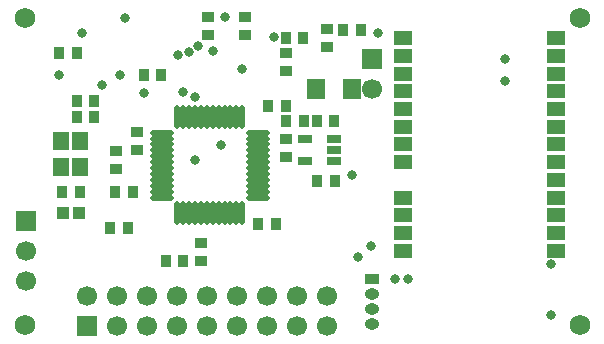
<source format=gbs>
G04 Layer_Color=16711935*
%FSLAX42Y42*%
%MOMM*%
G71*
G01*
G75*
%ADD52R,1.10X0.90*%
%ADD53R,1.00X1.10*%
%ADD59R,0.90X1.10*%
%ADD66R,1.50X1.70*%
%ADD70O,1.20X0.95*%
%ADD71R,1.20X0.95*%
%ADD72C,1.73*%
%ADD73C,1.70*%
%ADD74R,1.70X1.70*%
%ADD75R,1.70X1.70*%
%ADD76C,0.80*%
%ADD77R,1.35X1.60*%
%ADD78R,1.30X0.80*%
%ADD79O,2.00X0.50*%
%ADD80O,0.50X2.00*%
%ADD81R,1.50X1.20*%
D52*
X9875Y7628D02*
D03*
Y7478D02*
D03*
X8435Y7372D02*
D03*
Y7522D02*
D03*
X9153Y6597D02*
D03*
Y6747D02*
D03*
X8612Y7532D02*
D03*
Y7682D02*
D03*
X9210Y8655D02*
D03*
Y8505D02*
D03*
X9530Y8655D02*
D03*
Y8505D02*
D03*
X9870Y8205D02*
D03*
Y8355D02*
D03*
X10220Y8405D02*
D03*
Y8555D02*
D03*
D53*
X7982Y6997D02*
D03*
X8122D02*
D03*
D59*
X10282Y7780D02*
D03*
X10132D02*
D03*
X10135Y7268D02*
D03*
X10285D02*
D03*
X9875Y7780D02*
D03*
X10025D02*
D03*
X8535Y6870D02*
D03*
X8385D02*
D03*
X9635Y6910D02*
D03*
X9785D02*
D03*
X8855Y6597D02*
D03*
X9005D02*
D03*
X9872Y7905D02*
D03*
X9722D02*
D03*
X7978Y7175D02*
D03*
X8128D02*
D03*
X7950Y8353D02*
D03*
X8100D02*
D03*
X8818Y8170D02*
D03*
X8668D02*
D03*
X8250Y7947D02*
D03*
X8100D02*
D03*
X8100Y7815D02*
D03*
X8250D02*
D03*
X8578Y7180D02*
D03*
X8428D02*
D03*
X10020Y8480D02*
D03*
X9870D02*
D03*
X10505Y8550D02*
D03*
X10355D02*
D03*
D66*
X10430Y8050D02*
D03*
X10130D02*
D03*
D70*
X10600Y6062D02*
D03*
Y6187D02*
D03*
Y6313D02*
D03*
D71*
Y6438D02*
D03*
D72*
X7660Y6050D02*
D03*
Y8650D02*
D03*
X12360D02*
D03*
Y6050D02*
D03*
D73*
X8190Y6299D02*
D03*
X8444Y6045D02*
D03*
Y6299D02*
D03*
X8698Y6045D02*
D03*
Y6299D02*
D03*
X8952Y6045D02*
D03*
Y6299D02*
D03*
X9206Y6045D02*
D03*
Y6299D02*
D03*
X9460Y6045D02*
D03*
Y6299D02*
D03*
X9714Y6045D02*
D03*
Y6299D02*
D03*
X9968Y6045D02*
D03*
X9968Y6299D02*
D03*
X10222Y6045D02*
D03*
Y6299D02*
D03*
X10600Y8053D02*
D03*
X7670Y6422D02*
D03*
Y6676D02*
D03*
D74*
X8190Y6045D02*
D03*
D75*
X10600Y8307D02*
D03*
X7670Y6930D02*
D03*
D76*
X8675Y8012D02*
D03*
X9253Y8372D02*
D03*
X8962Y8340D02*
D03*
X10480Y6630D02*
D03*
X10590Y6720D02*
D03*
X8512Y8647D02*
D03*
X8150Y8520D02*
D03*
X8312Y8080D02*
D03*
X8468Y8170D02*
D03*
X9325Y7575D02*
D03*
X9003Y8020D02*
D03*
X9100Y7985D02*
D03*
X7950Y8172D02*
D03*
X9130Y8410D02*
D03*
X9050Y8360D02*
D03*
X9500Y8220D02*
D03*
X9355Y8655D02*
D03*
X9770Y8490D02*
D03*
X10650Y8520D02*
D03*
X10430Y7325D02*
D03*
X9100Y7450D02*
D03*
X11730Y8120D02*
D03*
Y8300D02*
D03*
X12120Y6570D02*
D03*
X10905Y6445D02*
D03*
X10800D02*
D03*
X12120Y6134D02*
D03*
D77*
X7970Y7390D02*
D03*
Y7610D02*
D03*
X8130D02*
D03*
Y7390D02*
D03*
D78*
X10038Y7630D02*
D03*
X10038Y7440D02*
D03*
X10278Y7440D02*
D03*
Y7535D02*
D03*
Y7630D02*
D03*
D79*
X8822Y7130D02*
D03*
Y7180D02*
D03*
Y7230D02*
D03*
Y7280D02*
D03*
Y7330D02*
D03*
Y7380D02*
D03*
Y7430D02*
D03*
Y7480D02*
D03*
Y7530D02*
D03*
Y7580D02*
D03*
Y7630D02*
D03*
Y7680D02*
D03*
X9632D02*
D03*
Y7630D02*
D03*
Y7580D02*
D03*
Y7530D02*
D03*
Y7480D02*
D03*
Y7430D02*
D03*
Y7380D02*
D03*
Y7330D02*
D03*
Y7280D02*
D03*
Y7230D02*
D03*
Y7180D02*
D03*
Y7130D02*
D03*
D80*
X8953Y7810D02*
D03*
X9003D02*
D03*
X9053D02*
D03*
X9103D02*
D03*
X9153D02*
D03*
X9203D02*
D03*
X9253D02*
D03*
X9303D02*
D03*
X9353D02*
D03*
X9403D02*
D03*
X9453D02*
D03*
X9503D02*
D03*
Y7000D02*
D03*
X9453D02*
D03*
X9403D02*
D03*
X9353D02*
D03*
X9303D02*
D03*
X9253D02*
D03*
X9203D02*
D03*
X9153D02*
D03*
X9103D02*
D03*
X9053D02*
D03*
X9003D02*
D03*
X8953D02*
D03*
D81*
X12160Y8480D02*
D03*
Y8330D02*
D03*
Y8180D02*
D03*
X12160Y8030D02*
D03*
X12160Y7880D02*
D03*
Y7730D02*
D03*
Y7580D02*
D03*
Y7430D02*
D03*
Y7280D02*
D03*
Y7130D02*
D03*
X12160Y6980D02*
D03*
X12160Y6830D02*
D03*
X12160Y6680D02*
D03*
X10860D02*
D03*
X10860Y6830D02*
D03*
X10860Y6980D02*
D03*
X10860Y7130D02*
D03*
Y7430D02*
D03*
Y7580D02*
D03*
Y7730D02*
D03*
Y7880D02*
D03*
X10860Y8030D02*
D03*
X10860Y8180D02*
D03*
Y8330D02*
D03*
Y8480D02*
D03*
M02*

</source>
